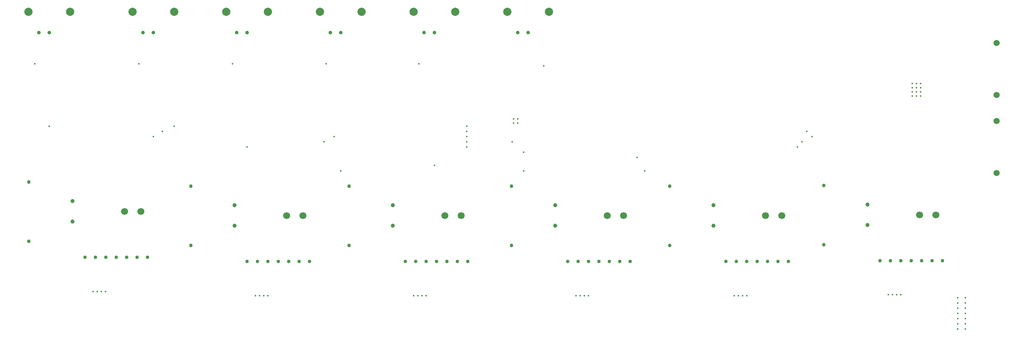
<source format=gbr>
%TF.GenerationSoftware,KiCad,Pcbnew,7.0.9*%
%TF.CreationDate,2023-12-09T12:48:39-06:00*%
%TF.ProjectId,ShutterDriver,53687574-7465-4724-9472-697665722e6b,1*%
%TF.SameCoordinates,Original*%
%TF.FileFunction,Plated,1,2,PTH,Drill*%
%TF.FilePolarity,Positive*%
%FSLAX46Y46*%
G04 Gerber Fmt 4.6, Leading zero omitted, Abs format (unit mm)*
G04 Created by KiCad (PCBNEW 7.0.9) date 2023-12-09 12:48:39*
%MOMM*%
%LPD*%
G01*
G04 APERTURE LIST*
%TA.AperFunction,ViaDrill*%
%ADD10C,0.400000*%
%TD*%
%TA.AperFunction,ComponentDrill*%
%ADD11C,0.853948*%
%TD*%
%TA.AperFunction,ComponentDrill*%
%ADD12C,0.863600*%
%TD*%
%TA.AperFunction,ComponentDrill*%
%ADD13C,0.890000*%
%TD*%
%TA.AperFunction,ComponentDrill*%
%ADD14C,1.000000*%
%TD*%
%TA.AperFunction,ComponentDrill*%
%ADD15C,1.500000*%
%TD*%
%TA.AperFunction,ComponentDrill*%
%ADD16C,1.700000*%
%TD*%
%TA.AperFunction,ComponentDrill*%
%ADD17C,2.000000*%
%TD*%
G04 APERTURE END LIST*
D10*
X31115000Y-82169000D03*
X34671000Y-97409000D03*
X45339000Y-137795000D03*
X46355000Y-137795000D03*
X47371000Y-137795000D03*
X48387000Y-137795000D03*
X56515000Y-82169000D03*
X60071000Y-99949000D03*
X62230000Y-98679000D03*
X65151000Y-97409000D03*
X79375000Y-82169000D03*
X82931000Y-102489000D03*
X84963000Y-138811000D03*
X85979000Y-138811000D03*
X86995000Y-138811000D03*
X88011000Y-138811000D03*
X101727000Y-101219000D03*
X102235000Y-82169000D03*
X104140000Y-99949000D03*
X105791000Y-108331000D03*
X123571000Y-138811000D03*
X124587000Y-138811000D03*
X124841000Y-82169000D03*
X125603000Y-138811000D03*
X126619000Y-138811000D03*
X128651000Y-106934000D03*
X136525000Y-97409000D03*
X136525000Y-98679000D03*
X136525000Y-99949000D03*
X136525000Y-101219000D03*
X136525000Y-102489000D03*
X147574000Y-101219000D03*
X147955000Y-95631000D03*
X147955000Y-96647000D03*
X148971000Y-95631000D03*
X148971000Y-96647000D03*
X150368000Y-103759000D03*
X150368000Y-108331000D03*
X155321000Y-82677000D03*
X163195000Y-138811000D03*
X164211000Y-138811000D03*
X165227000Y-138811000D03*
X166243000Y-138811000D03*
X178054000Y-105029000D03*
X179959000Y-108331000D03*
X201803000Y-138811000D03*
X202819000Y-138811000D03*
X203835000Y-138811000D03*
X204851000Y-138811000D03*
X217170000Y-102489000D03*
X218313000Y-101219000D03*
X219456000Y-98679000D03*
X220726000Y-99949000D03*
X239395000Y-138557000D03*
X240411000Y-138557000D03*
X241427000Y-138557000D03*
X242443000Y-138557000D03*
X245237000Y-86995000D03*
X245237000Y-88011000D03*
X245237000Y-89027000D03*
X245237000Y-90043000D03*
X246253000Y-86995000D03*
X246253000Y-88011000D03*
X246253000Y-89027000D03*
X246253000Y-90043000D03*
X247269000Y-86995000D03*
X247269000Y-88011000D03*
X247269000Y-89027000D03*
X247269000Y-90043000D03*
X256286000Y-139319000D03*
X256286000Y-140589000D03*
X256286000Y-141859000D03*
X256286000Y-143129000D03*
X256286000Y-144399000D03*
X256286000Y-145669000D03*
X256286000Y-146939000D03*
X258191000Y-139319000D03*
X258191000Y-140589000D03*
X258191000Y-141859000D03*
X258191000Y-143129000D03*
X258191000Y-144399000D03*
X258191000Y-145669000D03*
X258191000Y-146939000D03*
D11*
%TO.C,U1*%
X43388000Y-129413000D03*
X45928000Y-129413000D03*
X48468000Y-129413000D03*
X51008000Y-129413000D03*
X53548000Y-129413000D03*
X56088000Y-129413000D03*
X58628000Y-129413000D03*
%TO.C,U2*%
X82931000Y-130429000D03*
X85471000Y-130429000D03*
X88011000Y-130429000D03*
X90551000Y-130429000D03*
X93091000Y-130429000D03*
X95631000Y-130429000D03*
X98171000Y-130429000D03*
%TO.C,U3*%
X121539000Y-130429000D03*
X124079000Y-130429000D03*
X126619000Y-130429000D03*
X129159000Y-130429000D03*
X131699000Y-130429000D03*
X134239000Y-130429000D03*
X136779000Y-130429000D03*
%TO.C,U4*%
X161163000Y-130429000D03*
X163703000Y-130429000D03*
X166243000Y-130429000D03*
X168783000Y-130429000D03*
X171323000Y-130429000D03*
X173863000Y-130429000D03*
X176403000Y-130429000D03*
%TO.C,U5*%
X199771000Y-130429000D03*
X202311000Y-130429000D03*
X204851000Y-130429000D03*
X207391000Y-130429000D03*
X209931000Y-130429000D03*
X212471000Y-130429000D03*
X215011000Y-130429000D03*
%TO.C,U6*%
X237363000Y-130238500D03*
X239903000Y-130238500D03*
X242443000Y-130238500D03*
X244983000Y-130238500D03*
X247523000Y-130238500D03*
X250063000Y-130238500D03*
X252603000Y-130238500D03*
D12*
%TO.C,R1*%
X29672000Y-110998000D03*
X29672000Y-125476000D03*
%TO.C,R2*%
X69215000Y-112014000D03*
X69215000Y-126492000D03*
%TO.C,R3*%
X107823000Y-112014000D03*
X107823000Y-126492000D03*
%TO.C,R4*%
X147447000Y-112014000D03*
X147447000Y-126492000D03*
%TO.C,R5*%
X186055000Y-112014000D03*
X186055000Y-126492000D03*
%TO.C,R6*%
X223647000Y-111823500D03*
X223647000Y-126301500D03*
D13*
%TO.C,J1*%
X32131000Y-74549000D03*
X34671000Y-74549000D03*
%TO.C,J2*%
X57531000Y-74549000D03*
X60071000Y-74549000D03*
%TO.C,J3*%
X80391000Y-74549000D03*
X82931000Y-74549000D03*
%TO.C,J4*%
X103251000Y-74549000D03*
X105791000Y-74549000D03*
%TO.C,J5*%
X126111000Y-74549000D03*
X128651000Y-74549000D03*
%TO.C,J6*%
X148971000Y-74549000D03*
X151511000Y-74549000D03*
D14*
%TO.C,C1*%
X40340000Y-115697000D03*
X40340000Y-120697000D03*
%TO.C,C2*%
X79883000Y-116713000D03*
X79883000Y-121713000D03*
%TO.C,C3*%
X118491000Y-116713000D03*
X118491000Y-121713000D03*
%TO.C,C4*%
X158115000Y-116713000D03*
X158115000Y-121713000D03*
%TO.C,C5*%
X196723000Y-116713000D03*
X196723000Y-121713000D03*
%TO.C,C6*%
X234315000Y-116522500D03*
X234315000Y-121522500D03*
D15*
%TO.C,J15*%
X265811000Y-77089000D03*
%TO.C,J16*%
X265811000Y-89789000D03*
%TO.C,J14*%
X265811000Y-96139000D03*
%TO.C,J13*%
X265811000Y-108839000D03*
D16*
%TO.C,J7*%
X53040000Y-118237000D03*
X57000000Y-118237000D03*
%TO.C,J8*%
X92583000Y-119253000D03*
X96543000Y-119253000D03*
%TO.C,J9*%
X131191000Y-119253000D03*
X135151000Y-119253000D03*
%TO.C,J10*%
X170815000Y-119253000D03*
X174775000Y-119253000D03*
%TO.C,J11*%
X209423000Y-119253000D03*
X213383000Y-119253000D03*
%TO.C,J12*%
X247015000Y-119062500D03*
X250975000Y-119062500D03*
D17*
%TO.C,J1*%
X29591000Y-69469000D03*
X39751000Y-69469000D03*
%TO.C,J2*%
X54991000Y-69469000D03*
X65151000Y-69469000D03*
%TO.C,J3*%
X77851000Y-69469000D03*
X88011000Y-69469000D03*
%TO.C,J4*%
X100711000Y-69469000D03*
X110871000Y-69469000D03*
%TO.C,J5*%
X123571000Y-69469000D03*
X133731000Y-69469000D03*
%TO.C,J6*%
X146431000Y-69469000D03*
X156591000Y-69469000D03*
M02*

</source>
